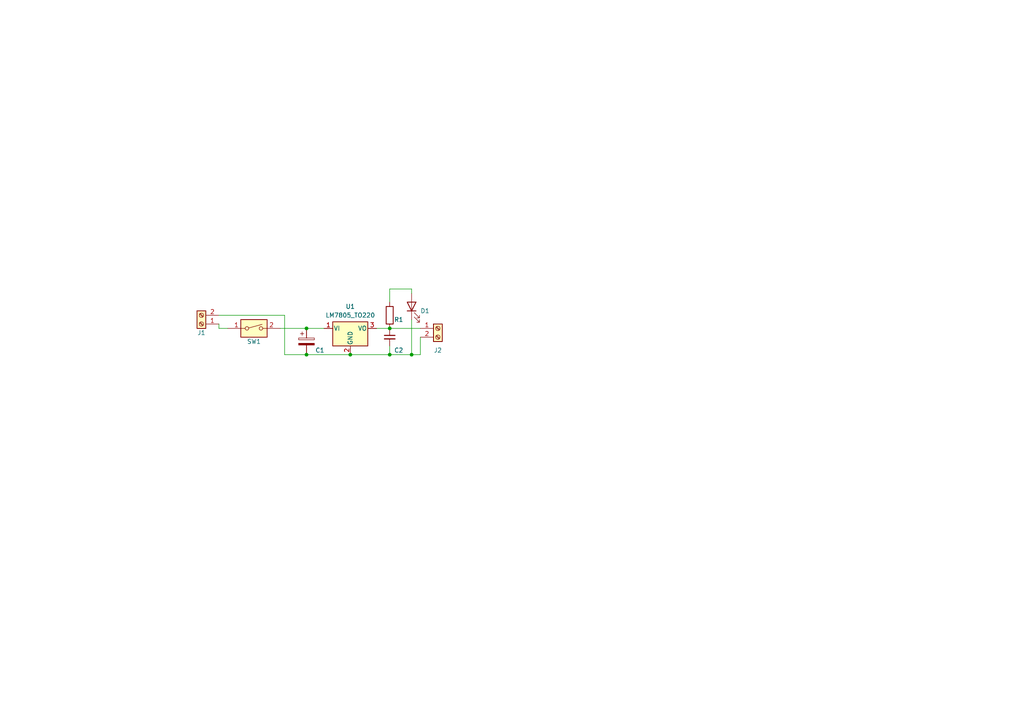
<source format=kicad_sch>
(kicad_sch (version 20230121) (generator eeschema)

  (uuid ea087d6c-7d31-45a8-86a3-a77b58875795)

  (paper "A4")

  (lib_symbols
    (symbol "Connector:Screw_Terminal_01x02" (pin_names (offset 1.016) hide) (in_bom yes) (on_board yes)
      (property "Reference" "J" (at 0 2.54 0)
        (effects (font (size 1.27 1.27)))
      )
      (property "Value" "Screw_Terminal_01x02" (at 0 -5.08 0)
        (effects (font (size 1.27 1.27)))
      )
      (property "Footprint" "" (at 0 0 0)
        (effects (font (size 1.27 1.27)) hide)
      )
      (property "Datasheet" "~" (at 0 0 0)
        (effects (font (size 1.27 1.27)) hide)
      )
      (property "ki_keywords" "screw terminal" (at 0 0 0)
        (effects (font (size 1.27 1.27)) hide)
      )
      (property "ki_description" "Generic screw terminal, single row, 01x02, script generated (kicad-library-utils/schlib/autogen/connector/)" (at 0 0 0)
        (effects (font (size 1.27 1.27)) hide)
      )
      (property "ki_fp_filters" "TerminalBlock*:*" (at 0 0 0)
        (effects (font (size 1.27 1.27)) hide)
      )
      (symbol "Screw_Terminal_01x02_1_1"
        (rectangle (start -1.27 1.27) (end 1.27 -3.81)
          (stroke (width 0.254) (type default))
          (fill (type background))
        )
        (circle (center 0 -2.54) (radius 0.635)
          (stroke (width 0.1524) (type default))
          (fill (type none))
        )
        (polyline
          (pts
            (xy -0.5334 -2.2098)
            (xy 0.3302 -3.048)
          )
          (stroke (width 0.1524) (type default))
          (fill (type none))
        )
        (polyline
          (pts
            (xy -0.5334 0.3302)
            (xy 0.3302 -0.508)
          )
          (stroke (width 0.1524) (type default))
          (fill (type none))
        )
        (polyline
          (pts
            (xy -0.3556 -2.032)
            (xy 0.508 -2.8702)
          )
          (stroke (width 0.1524) (type default))
          (fill (type none))
        )
        (polyline
          (pts
            (xy -0.3556 0.508)
            (xy 0.508 -0.3302)
          )
          (stroke (width 0.1524) (type default))
          (fill (type none))
        )
        (circle (center 0 0) (radius 0.635)
          (stroke (width 0.1524) (type default))
          (fill (type none))
        )
        (pin passive line (at -5.08 0 0) (length 3.81)
          (name "Pin_1" (effects (font (size 1.27 1.27))))
          (number "1" (effects (font (size 1.27 1.27))))
        )
        (pin passive line (at -5.08 -2.54 0) (length 3.81)
          (name "Pin_2" (effects (font (size 1.27 1.27))))
          (number "2" (effects (font (size 1.27 1.27))))
        )
      )
    )
    (symbol "Device:C_Polarized" (pin_numbers hide) (pin_names (offset 0.254)) (in_bom yes) (on_board yes)
      (property "Reference" "C" (at 0.635 2.54 0)
        (effects (font (size 1.27 1.27)) (justify left))
      )
      (property "Value" "C_Polarized" (at 0.635 -2.54 0)
        (effects (font (size 1.27 1.27)) (justify left))
      )
      (property "Footprint" "" (at 0.9652 -3.81 0)
        (effects (font (size 1.27 1.27)) hide)
      )
      (property "Datasheet" "~" (at 0 0 0)
        (effects (font (size 1.27 1.27)) hide)
      )
      (property "ki_keywords" "cap capacitor" (at 0 0 0)
        (effects (font (size 1.27 1.27)) hide)
      )
      (property "ki_description" "Polarized capacitor" (at 0 0 0)
        (effects (font (size 1.27 1.27)) hide)
      )
      (property "ki_fp_filters" "CP_*" (at 0 0 0)
        (effects (font (size 1.27 1.27)) hide)
      )
      (symbol "C_Polarized_0_1"
        (rectangle (start -2.286 0.508) (end 2.286 1.016)
          (stroke (width 0) (type default))
          (fill (type none))
        )
        (polyline
          (pts
            (xy -1.778 2.286)
            (xy -0.762 2.286)
          )
          (stroke (width 0) (type default))
          (fill (type none))
        )
        (polyline
          (pts
            (xy -1.27 2.794)
            (xy -1.27 1.778)
          )
          (stroke (width 0) (type default))
          (fill (type none))
        )
        (rectangle (start 2.286 -0.508) (end -2.286 -1.016)
          (stroke (width 0) (type default))
          (fill (type outline))
        )
      )
      (symbol "C_Polarized_1_1"
        (pin passive line (at 0 3.81 270) (length 2.794)
          (name "~" (effects (font (size 1.27 1.27))))
          (number "1" (effects (font (size 1.27 1.27))))
        )
        (pin passive line (at 0 -3.81 90) (length 2.794)
          (name "~" (effects (font (size 1.27 1.27))))
          (number "2" (effects (font (size 1.27 1.27))))
        )
      )
    )
    (symbol "Device:C_Small" (pin_numbers hide) (pin_names (offset 0.254) hide) (in_bom yes) (on_board yes)
      (property "Reference" "C" (at 0.254 1.778 0)
        (effects (font (size 1.27 1.27)) (justify left))
      )
      (property "Value" "C_Small" (at 0.254 -2.032 0)
        (effects (font (size 1.27 1.27)) (justify left))
      )
      (property "Footprint" "" (at 0 0 0)
        (effects (font (size 1.27 1.27)) hide)
      )
      (property "Datasheet" "~" (at 0 0 0)
        (effects (font (size 1.27 1.27)) hide)
      )
      (property "ki_keywords" "capacitor cap" (at 0 0 0)
        (effects (font (size 1.27 1.27)) hide)
      )
      (property "ki_description" "Unpolarized capacitor, small symbol" (at 0 0 0)
        (effects (font (size 1.27 1.27)) hide)
      )
      (property "ki_fp_filters" "C_*" (at 0 0 0)
        (effects (font (size 1.27 1.27)) hide)
      )
      (symbol "C_Small_0_1"
        (polyline
          (pts
            (xy -1.524 -0.508)
            (xy 1.524 -0.508)
          )
          (stroke (width 0.3302) (type default))
          (fill (type none))
        )
        (polyline
          (pts
            (xy -1.524 0.508)
            (xy 1.524 0.508)
          )
          (stroke (width 0.3048) (type default))
          (fill (type none))
        )
      )
      (symbol "C_Small_1_1"
        (pin passive line (at 0 2.54 270) (length 2.032)
          (name "~" (effects (font (size 1.27 1.27))))
          (number "1" (effects (font (size 1.27 1.27))))
        )
        (pin passive line (at 0 -2.54 90) (length 2.032)
          (name "~" (effects (font (size 1.27 1.27))))
          (number "2" (effects (font (size 1.27 1.27))))
        )
      )
    )
    (symbol "Device:LED" (pin_numbers hide) (pin_names (offset 1.016) hide) (in_bom yes) (on_board yes)
      (property "Reference" "D" (at 0 2.54 0)
        (effects (font (size 1.27 1.27)))
      )
      (property "Value" "LED" (at 0 -2.54 0)
        (effects (font (size 1.27 1.27)))
      )
      (property "Footprint" "" (at 0 0 0)
        (effects (font (size 1.27 1.27)) hide)
      )
      (property "Datasheet" "~" (at 0 0 0)
        (effects (font (size 1.27 1.27)) hide)
      )
      (property "ki_keywords" "LED diode" (at 0 0 0)
        (effects (font (size 1.27 1.27)) hide)
      )
      (property "ki_description" "Light emitting diode" (at 0 0 0)
        (effects (font (size 1.27 1.27)) hide)
      )
      (property "ki_fp_filters" "LED* LED_SMD:* LED_THT:*" (at 0 0 0)
        (effects (font (size 1.27 1.27)) hide)
      )
      (symbol "LED_0_1"
        (polyline
          (pts
            (xy -1.27 -1.27)
            (xy -1.27 1.27)
          )
          (stroke (width 0.254) (type default))
          (fill (type none))
        )
        (polyline
          (pts
            (xy -1.27 0)
            (xy 1.27 0)
          )
          (stroke (width 0) (type default))
          (fill (type none))
        )
        (polyline
          (pts
            (xy 1.27 -1.27)
            (xy 1.27 1.27)
            (xy -1.27 0)
            (xy 1.27 -1.27)
          )
          (stroke (width 0.254) (type default))
          (fill (type none))
        )
        (polyline
          (pts
            (xy -3.048 -0.762)
            (xy -4.572 -2.286)
            (xy -3.81 -2.286)
            (xy -4.572 -2.286)
            (xy -4.572 -1.524)
          )
          (stroke (width 0) (type default))
          (fill (type none))
        )
        (polyline
          (pts
            (xy -1.778 -0.762)
            (xy -3.302 -2.286)
            (xy -2.54 -2.286)
            (xy -3.302 -2.286)
            (xy -3.302 -1.524)
          )
          (stroke (width 0) (type default))
          (fill (type none))
        )
      )
      (symbol "LED_1_1"
        (pin passive line (at -3.81 0 0) (length 2.54)
          (name "K" (effects (font (size 1.27 1.27))))
          (number "1" (effects (font (size 1.27 1.27))))
        )
        (pin passive line (at 3.81 0 180) (length 2.54)
          (name "A" (effects (font (size 1.27 1.27))))
          (number "2" (effects (font (size 1.27 1.27))))
        )
      )
    )
    (symbol "Device:R" (pin_numbers hide) (pin_names (offset 0)) (in_bom yes) (on_board yes)
      (property "Reference" "R" (at 2.032 0 90)
        (effects (font (size 1.27 1.27)))
      )
      (property "Value" "R" (at 0 0 90)
        (effects (font (size 1.27 1.27)))
      )
      (property "Footprint" "" (at -1.778 0 90)
        (effects (font (size 1.27 1.27)) hide)
      )
      (property "Datasheet" "~" (at 0 0 0)
        (effects (font (size 1.27 1.27)) hide)
      )
      (property "ki_keywords" "R res resistor" (at 0 0 0)
        (effects (font (size 1.27 1.27)) hide)
      )
      (property "ki_description" "Resistor" (at 0 0 0)
        (effects (font (size 1.27 1.27)) hide)
      )
      (property "ki_fp_filters" "R_*" (at 0 0 0)
        (effects (font (size 1.27 1.27)) hide)
      )
      (symbol "R_0_1"
        (rectangle (start -1.016 -2.54) (end 1.016 2.54)
          (stroke (width 0.254) (type default))
          (fill (type none))
        )
      )
      (symbol "R_1_1"
        (pin passive line (at 0 3.81 270) (length 1.27)
          (name "~" (effects (font (size 1.27 1.27))))
          (number "1" (effects (font (size 1.27 1.27))))
        )
        (pin passive line (at 0 -3.81 90) (length 1.27)
          (name "~" (effects (font (size 1.27 1.27))))
          (number "2" (effects (font (size 1.27 1.27))))
        )
      )
    )
    (symbol "Regulator_Linear:LM7805_TO220" (pin_names (offset 0.254)) (in_bom yes) (on_board yes)
      (property "Reference" "U" (at -3.81 3.175 0)
        (effects (font (size 1.27 1.27)))
      )
      (property "Value" "LM7805_TO220" (at 0 3.175 0)
        (effects (font (size 1.27 1.27)) (justify left))
      )
      (property "Footprint" "Package_TO_SOT_THT:TO-220-3_Vertical" (at 0 5.715 0)
        (effects (font (size 1.27 1.27) italic) hide)
      )
      (property "Datasheet" "https://www.onsemi.cn/PowerSolutions/document/MC7800-D.PDF" (at 0 -1.27 0)
        (effects (font (size 1.27 1.27)) hide)
      )
      (property "ki_keywords" "Voltage Regulator 1A Positive" (at 0 0 0)
        (effects (font (size 1.27 1.27)) hide)
      )
      (property "ki_description" "Positive 1A 35V Linear Regulator, Fixed Output 5V, TO-220" (at 0 0 0)
        (effects (font (size 1.27 1.27)) hide)
      )
      (property "ki_fp_filters" "TO?220*" (at 0 0 0)
        (effects (font (size 1.27 1.27)) hide)
      )
      (symbol "LM7805_TO220_0_1"
        (rectangle (start -5.08 1.905) (end 5.08 -5.08)
          (stroke (width 0.254) (type default))
          (fill (type background))
        )
      )
      (symbol "LM7805_TO220_1_1"
        (pin power_in line (at -7.62 0 0) (length 2.54)
          (name "VI" (effects (font (size 1.27 1.27))))
          (number "1" (effects (font (size 1.27 1.27))))
        )
        (pin power_in line (at 0 -7.62 90) (length 2.54)
          (name "GND" (effects (font (size 1.27 1.27))))
          (number "2" (effects (font (size 1.27 1.27))))
        )
        (pin power_out line (at 7.62 0 180) (length 2.54)
          (name "VO" (effects (font (size 1.27 1.27))))
          (number "3" (effects (font (size 1.27 1.27))))
        )
      )
    )
    (symbol "Switch:SW_DIP_x01" (pin_names (offset 0) hide) (in_bom yes) (on_board yes)
      (property "Reference" "SW" (at 0 3.81 0)
        (effects (font (size 1.27 1.27)))
      )
      (property "Value" "SW_DIP_x01" (at 0 -3.81 0)
        (effects (font (size 1.27 1.27)))
      )
      (property "Footprint" "" (at 0 0 0)
        (effects (font (size 1.27 1.27)) hide)
      )
      (property "Datasheet" "~" (at 0 0 0)
        (effects (font (size 1.27 1.27)) hide)
      )
      (property "ki_keywords" "dip switch" (at 0 0 0)
        (effects (font (size 1.27 1.27)) hide)
      )
      (property "ki_description" "1x DIP Switch, Single Pole Single Throw (SPST) switch, small symbol" (at 0 0 0)
        (effects (font (size 1.27 1.27)) hide)
      )
      (property "ki_fp_filters" "SW?DIP?x1*" (at 0 0 0)
        (effects (font (size 1.27 1.27)) hide)
      )
      (symbol "SW_DIP_x01_0_0"
        (circle (center -2.032 0) (radius 0.508)
          (stroke (width 0) (type default))
          (fill (type none))
        )
        (polyline
          (pts
            (xy -1.524 0.127)
            (xy 2.3622 1.1684)
          )
          (stroke (width 0) (type default))
          (fill (type none))
        )
        (circle (center 2.032 0) (radius 0.508)
          (stroke (width 0) (type default))
          (fill (type none))
        )
      )
      (symbol "SW_DIP_x01_0_1"
        (rectangle (start -3.81 2.54) (end 3.81 -2.54)
          (stroke (width 0.254) (type default))
          (fill (type background))
        )
      )
      (symbol "SW_DIP_x01_1_1"
        (pin passive line (at -7.62 0 0) (length 5.08)
          (name "~" (effects (font (size 1.27 1.27))))
          (number "1" (effects (font (size 1.27 1.27))))
        )
        (pin passive line (at 7.62 0 180) (length 5.08)
          (name "~" (effects (font (size 1.27 1.27))))
          (number "2" (effects (font (size 1.27 1.27))))
        )
      )
    )
  )

  (junction (at 113.03 102.87) (diameter 0) (color 0 0 0 0)
    (uuid 2800eff3-8b06-4e02-a4c3-fc3fb7909719)
  )
  (junction (at 119.38 102.87) (diameter 0) (color 0 0 0 0)
    (uuid 6112c843-c3e0-4fa1-88e2-214f7c71bbc1)
  )
  (junction (at 88.9 95.25) (diameter 0) (color 0 0 0 0)
    (uuid 80a9cef4-e209-4a48-88af-f3ae111e27a9)
  )
  (junction (at 101.6 102.87) (diameter 0) (color 0 0 0 0)
    (uuid 82fac57b-d50a-4b52-90b7-7c619ddba8d9)
  )
  (junction (at 88.9 102.87) (diameter 0) (color 0 0 0 0)
    (uuid d7a7ab8c-8383-49af-a408-0f824a5b6e20)
  )
  (junction (at 113.03 95.25) (diameter 0) (color 0 0 0 0)
    (uuid e1b37218-abaf-4a5a-94eb-342db5c9b70b)
  )

  (wire (pts (xy 121.92 97.79) (xy 121.92 102.87))
    (stroke (width 0) (type default))
    (uuid 0d4bb9a7-66ca-48dd-ae49-ab9f4282286b)
  )
  (wire (pts (xy 63.5 91.44) (xy 82.55 91.44))
    (stroke (width 0) (type default))
    (uuid 0e26270c-8567-459f-95e7-3bab9de7edb5)
  )
  (wire (pts (xy 88.9 102.87) (xy 82.55 102.87))
    (stroke (width 0) (type default))
    (uuid 2cce93cb-0501-4ee3-acae-e9ce4c43fdcf)
  )
  (wire (pts (xy 81.28 95.25) (xy 88.9 95.25))
    (stroke (width 0) (type default))
    (uuid 2d4086fa-bbba-4508-abdd-0288a9792271)
  )
  (wire (pts (xy 63.5 93.98) (xy 63.5 95.25))
    (stroke (width 0) (type default))
    (uuid 31b1845c-63e1-49ed-9811-dc28378b390e)
  )
  (wire (pts (xy 113.03 95.25) (xy 121.92 95.25))
    (stroke (width 0) (type default))
    (uuid 392c27a3-00d3-4a29-ac1b-04e9c7f550ab)
  )
  (wire (pts (xy 63.5 95.25) (xy 66.04 95.25))
    (stroke (width 0) (type default))
    (uuid 3a376568-73a2-4132-b323-af8ccce9e2a8)
  )
  (wire (pts (xy 121.92 102.87) (xy 119.38 102.87))
    (stroke (width 0) (type default))
    (uuid 5978b0a6-8f81-4a6b-a690-93c0cfa6b4da)
  )
  (wire (pts (xy 119.38 92.71) (xy 119.38 102.87))
    (stroke (width 0) (type default))
    (uuid 679a1aaa-e3d4-49d2-a4af-d78494d8f57c)
  )
  (wire (pts (xy 113.03 83.82) (xy 119.38 83.82))
    (stroke (width 0) (type default))
    (uuid 709ba8da-d28d-432c-964a-8deaa6a81b4f)
  )
  (wire (pts (xy 113.03 102.87) (xy 101.6 102.87))
    (stroke (width 0) (type default))
    (uuid 7b9a9fa1-2a4d-412b-bcd9-120294f60e7a)
  )
  (wire (pts (xy 82.55 102.87) (xy 82.55 91.44))
    (stroke (width 0) (type default))
    (uuid 8578f629-b74c-411f-b46c-5cbe049ad8a5)
  )
  (wire (pts (xy 88.9 95.25) (xy 93.98 95.25))
    (stroke (width 0) (type default))
    (uuid a0e03189-1529-4ed1-aa8c-73a7bef360aa)
  )
  (wire (pts (xy 113.03 87.63) (xy 113.03 83.82))
    (stroke (width 0) (type default))
    (uuid a0f6827a-2f35-4666-9aa8-81fbd439d920)
  )
  (wire (pts (xy 119.38 102.87) (xy 113.03 102.87))
    (stroke (width 0) (type default))
    (uuid c23d75f3-c81e-47ca-8d73-fef7c56f0882)
  )
  (wire (pts (xy 101.6 102.87) (xy 88.9 102.87))
    (stroke (width 0) (type default))
    (uuid c2b66a09-b787-430e-be88-823858109bae)
  )
  (wire (pts (xy 113.03 100.33) (xy 113.03 102.87))
    (stroke (width 0) (type default))
    (uuid cd80d765-5440-4173-beab-5af743a924f5)
  )
  (wire (pts (xy 119.38 83.82) (xy 119.38 85.09))
    (stroke (width 0) (type default))
    (uuid dd00b67c-2204-4ffa-8d22-8b897888ad13)
  )
  (wire (pts (xy 109.22 95.25) (xy 113.03 95.25))
    (stroke (width 0) (type default))
    (uuid f7281ce1-5cde-45e3-a3e6-7b23a95c15f4)
  )

  (symbol (lib_id "Device:C_Small") (at 113.03 97.79 0) (unit 1)
    (in_bom yes) (on_board yes) (dnp no)
    (uuid 1c3bf1bd-e3c0-4889-84ff-42bde88d7108)
    (property "Reference" "C2" (at 121.92 119.3863 0)
      (effects (font (size 1.27 1.27)) (justify left) hide)
    )
    (property "Value" "C2" (at 114.3 101.6 0)
      (effects (font (size 1.27 1.27)) (justify left))
    )
    (property "Footprint" "Capacitor_THT:C_Disc_D5.0mm_W2.5mm_P2.50mm" (at 113.03 97.79 0)
      (effects (font (size 1.27 1.27)) hide)
    )
    (property "Datasheet" "~" (at 113.03 97.79 0)
      (effects (font (size 1.27 1.27)) hide)
    )
    (pin "1" (uuid 46b61c52-5742-4106-b5f0-3426ccb84d25))
    (pin "2" (uuid 15dfd894-0199-4335-b80b-1f525c4a9274))
    (instances
      (project "Spannungsregler_(Zusatz)"
        (path "/ea087d6c-7d31-45a8-86a3-a77b58875795"
          (reference "C2") (unit 1)
        )
      )
    )
  )

  (symbol (lib_id "Regulator_Linear:LM7805_TO220") (at 101.6 95.25 0) (unit 1)
    (in_bom yes) (on_board yes) (dnp no) (fields_autoplaced)
    (uuid 37aed738-e4ed-4979-a8d1-863d13b1a065)
    (property "Reference" "U1" (at 101.6 88.9 0)
      (effects (font (size 1.27 1.27)))
    )
    (property "Value" "LM7805_TO220" (at 101.6 91.44 0)
      (effects (font (size 1.27 1.27)))
    )
    (property "Footprint" "Package_TO_SOT_THT:TO-220-3_Vertical" (at 101.6 89.535 0)
      (effects (font (size 1.27 1.27) italic) hide)
    )
    (property "Datasheet" "https://www.onsemi.cn/PowerSolutions/document/MC7800-D.PDF" (at 101.6 96.52 0)
      (effects (font (size 1.27 1.27)) hide)
    )
    (pin "1" (uuid 01e39dd1-fb11-4116-a5e8-8806bde92e26))
    (pin "2" (uuid 93ab397f-fcbf-4ad1-9e1b-526225f61dc7))
    (pin "3" (uuid 97db8c48-7b1f-400f-9dfa-f9cc9b024f0b))
    (instances
      (project "Spannungsregler_(Zusatz)"
        (path "/ea087d6c-7d31-45a8-86a3-a77b58875795"
          (reference "U1") (unit 1)
        )
      )
    )
  )

  (symbol (lib_id "Connector:Screw_Terminal_01x02") (at 127 95.25 0) (unit 1)
    (in_bom yes) (on_board yes) (dnp no)
    (uuid 4ea696db-67f6-4210-8b25-51fdac4a1d4c)
    (property "Reference" "J2" (at 127 101.6 0)
      (effects (font (size 1.27 1.27)))
    )
    (property "Value" "Screw_Terminal_01x02" (at 127 101.6 0)
      (effects (font (size 1.27 1.27)) hide)
    )
    (property "Footprint" "TerminalBlock:TerminalBlock_Wuerth_691311400102_P7.62mm" (at 127 95.25 0)
      (effects (font (size 1.27 1.27)) hide)
    )
    (property "Datasheet" "~" (at 127 95.25 0)
      (effects (font (size 1.27 1.27)) hide)
    )
    (pin "1" (uuid fc2dd7db-4e12-4c62-ba91-176ff432e958))
    (pin "2" (uuid 8763c408-bbd9-48f8-a240-86df85e0ec4a))
    (instances
      (project "Spannungsregler_(Zusatz)"
        (path "/ea087d6c-7d31-45a8-86a3-a77b58875795"
          (reference "J2") (unit 1)
        )
      )
    )
  )

  (symbol (lib_id "Device:C_Polarized") (at 88.9 99.06 0) (unit 1)
    (in_bom yes) (on_board yes) (dnp no)
    (uuid 50841f80-638e-4fec-8a1a-7417b9e7cd34)
    (property "Reference" "C1" (at 91.44 101.6 0)
      (effects (font (size 1.27 1.27)) (justify left))
    )
    (property "Value" "C_Polarized" (at 83.82 105.41 0)
      (effects (font (size 1.27 1.27)) (justify left) hide)
    )
    (property "Footprint" "Capacitor_THT:CP_Radial_D5.0mm_P2.50mm" (at 89.8652 102.87 0)
      (effects (font (size 1.27 1.27)) hide)
    )
    (property "Datasheet" "~" (at 88.9 99.06 0)
      (effects (font (size 1.27 1.27)) hide)
    )
    (pin "1" (uuid 0cc95de3-1a34-4198-b5bc-4b13a99aa63f))
    (pin "2" (uuid a4656870-be8c-4977-8ee3-c496a8eff5b3))
    (instances
      (project "Spannungsregler_(Zusatz)"
        (path "/ea087d6c-7d31-45a8-86a3-a77b58875795"
          (reference "C1") (unit 1)
        )
      )
    )
  )

  (symbol (lib_id "Switch:SW_DIP_x01") (at 73.66 95.25 0) (unit 1)
    (in_bom yes) (on_board yes) (dnp no)
    (uuid 7b1fa891-ac79-4883-9a73-ebf469e178a8)
    (property "Reference" "SW1" (at 73.66 99.06 0)
      (effects (font (size 1.27 1.27)))
    )
    (property "Value" "SW_DIP_x01" (at 73.66 90.17 0)
      (effects (font (size 1.27 1.27)) hide)
    )
    (property "Footprint" "Connector_Wire:SolderWire-1.5sqmm_1x02_P6mm_D1.7mm_OD3mm" (at 73.66 95.25 0)
      (effects (font (size 1.27 1.27)) hide)
    )
    (property "Datasheet" "~" (at 73.66 95.25 0)
      (effects (font (size 1.27 1.27)) hide)
    )
    (pin "1" (uuid d091004d-99b2-4fab-b38c-9eb30eb8483a))
    (pin "2" (uuid 89024f7b-9ddf-47fb-b691-752e74d98438))
    (instances
      (project "Spannungsregler_(Zusatz)"
        (path "/ea087d6c-7d31-45a8-86a3-a77b58875795"
          (reference "SW1") (unit 1)
        )
      )
    )
  )

  (symbol (lib_id "Connector:Screw_Terminal_01x02") (at 58.42 93.98 180) (unit 1)
    (in_bom yes) (on_board yes) (dnp no)
    (uuid 8b2f9cb2-fe30-4d48-b495-b9396010fc53)
    (property "Reference" "J1" (at 58.42 96.52 0)
      (effects (font (size 1.27 1.27)))
    )
    (property "Value" "Screw_Terminal_01x02" (at 58.42 87.63 0)
      (effects (font (size 1.27 1.27)) hide)
    )
    (property "Footprint" "TerminalBlock:TerminalBlock_Wuerth_691311400102_P7.62mm" (at 58.42 93.98 0)
      (effects (font (size 1.27 1.27)) hide)
    )
    (property "Datasheet" "~" (at 58.42 93.98 0)
      (effects (font (size 1.27 1.27)) hide)
    )
    (pin "1" (uuid 5ba2d7b6-bb12-40db-aa39-394b89b0abd6))
    (pin "2" (uuid 2cd7ba52-f897-4b02-9981-24f0144d8801))
    (instances
      (project "Spannungsregler_(Zusatz)"
        (path "/ea087d6c-7d31-45a8-86a3-a77b58875795"
          (reference "J1") (unit 1)
        )
      )
    )
  )

  (symbol (lib_id "Device:LED") (at 119.38 88.9 90) (unit 1)
    (in_bom yes) (on_board yes) (dnp no)
    (uuid b3e345fa-0e5c-4b34-95c1-99d5bc2cbb10)
    (property "Reference" "D1" (at 121.92 90.17 90)
      (effects (font (size 1.27 1.27)) (justify right))
    )
    (property "Value" "LED" (at 123.19 91.7575 90)
      (effects (font (size 1.27 1.27)) (justify right) hide)
    )
    (property "Footprint" "LED_THT:LED_D5.0mm" (at 119.38 88.9 0)
      (effects (font (size 1.27 1.27)) hide)
    )
    (property "Datasheet" "~" (at 119.38 88.9 0)
      (effects (font (size 1.27 1.27)) hide)
    )
    (pin "1" (uuid 55c80477-3744-4d99-b946-d216c5c4ee70))
    (pin "2" (uuid 945e57e2-ece4-49b9-9a51-5e8db3c20d39))
    (instances
      (project "Spannungsregler_(Zusatz)"
        (path "/ea087d6c-7d31-45a8-86a3-a77b58875795"
          (reference "D1") (unit 1)
        )
      )
    )
  )

  (symbol (lib_id "Device:R") (at 113.03 91.44 0) (unit 1)
    (in_bom yes) (on_board yes) (dnp no)
    (uuid c111837d-f1a3-4640-b434-a9127815706a)
    (property "Reference" "R1" (at 114.3 92.71 0)
      (effects (font (size 1.27 1.27)) (justify left))
    )
    (property "Value" "R" (at 115.57 92.71 0)
      (effects (font (size 1.27 1.27)) (justify left) hide)
    )
    (property "Footprint" "Resistor_THT:R_Axial_DIN0207_L6.3mm_D2.5mm_P10.16mm_Horizontal" (at 111.252 91.44 90)
      (effects (font (size 1.27 1.27)) hide)
    )
    (property "Datasheet" "~" (at 113.03 91.44 0)
      (effects (font (size 1.27 1.27)) hide)
    )
    (pin "1" (uuid dcea44a0-c69c-47a2-9f51-00369b9fc29d))
    (pin "2" (uuid 3deb3c70-f8cc-4ae7-b39f-4686fbf59553))
    (instances
      (project "Spannungsregler_(Zusatz)"
        (path "/ea087d6c-7d31-45a8-86a3-a77b58875795"
          (reference "R1") (unit 1)
        )
      )
    )
  )

  (sheet_instances
    (path "/" (page "1"))
  )
)

</source>
